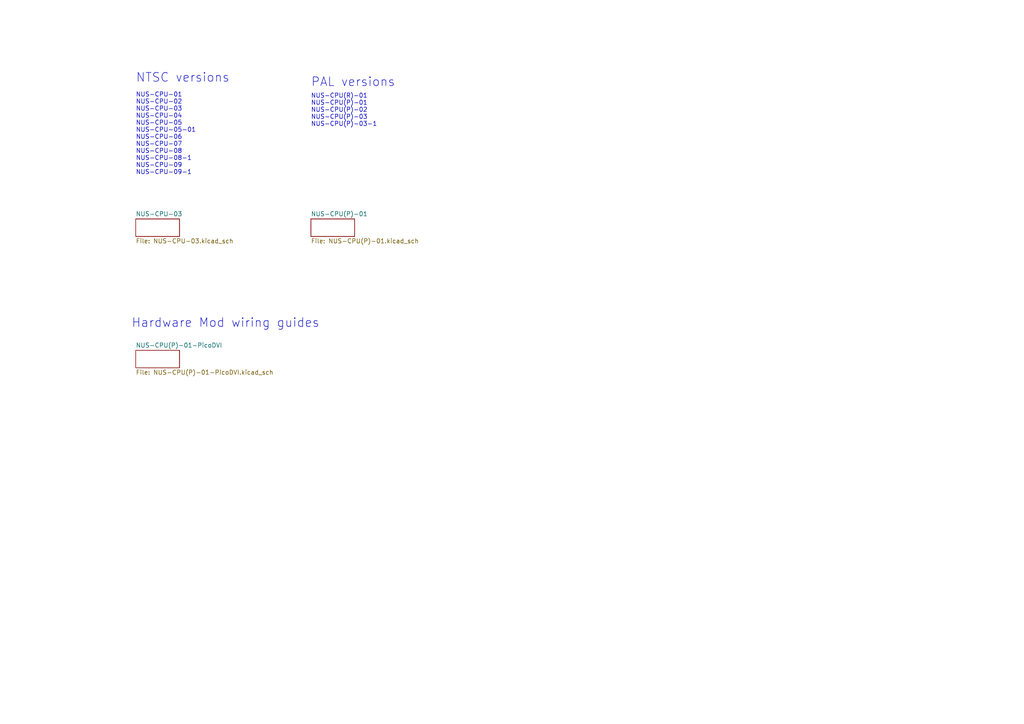
<source format=kicad_sch>
(kicad_sch (version 20230121) (generator eeschema)
  (paper "A4")
  (lib_symbols)
  (text "NTSC versions" (at 39.37 24.13 0) (effects (font (size 2.54 2.54)) (justify left bottom)))
  (text "NUS-CPU-01\nNUS-CPU-02\nNUS-CPU-03\nNUS-CPU-04\nNUS-CPU-05\nNUS-CPU-05-01\nNUS-CPU-06\nNUS-CPU-07\nNUS-CPU-08\nNUS-CPU-08-1\nNUS-CPU-09\nNUS-CPU-09-1" (at 39.37 50.8 0) (effects (font (size 1.27 1.27)) (justify left bottom)))
  (text "Hardware Mod wiring guides" (at 38.1 95.25 0) (effects (font (size 2.54 2.54)) (justify left bottom)))
  (text "PAL versions" (at 90.17 25.4 0) (effects (font (size 2.54 2.54)) (justify left bottom)))
  (text "NUS-CPU(R)-01\nNUS-CPU(P)-01\nNUS-CPU(P)-02\nNUS-CPU(P)-03\nNUS-CPU(P)-03-1" (at 90.17 36.83 0) (effects (font (size 1.27 1.27)) (justify left bottom)))
  (sheet (at 39.37 101.6) (size 12.7 5.08) (stroke (width 0.1524))
    (property "Sheetname" "NUS-CPU(P)-01-PicoDVI" (at 39.37 100.8884 0) (effects (justify left bottom)))
    (property "Sheetfile" "NUS-CPU(P)-01-PicoDVI.kicad_sch" (at 39.37 107.2646 0) (effects (justify left top)))
  )
  (sheet (at 90.17 63.5) (size 12.7 5.08) (stroke (width 0.1524))
    (property "Sheetname" "NUS-CPU(P)-01" (at 90.17 62.7884 0) (effects (justify left bottom)))
    (property "Sheetfile" "NUS-CPU(P)-01.kicad_sch" (at 90.17 69.1646 0) (effects (justify left top)))
  )
  (sheet (at 39.37 63.5) (size 12.7 5.08) (stroke (width 0.1524))
    (property "Sheetname" "NUS-CPU-03" (at 39.37 62.7884 0) (effects (justify left bottom)))
    (property "Sheetfile" "NUS-CPU-03.kicad_sch" (at 39.37 69.1646 0) (effects (justify left top)))
  )
)
</source>
